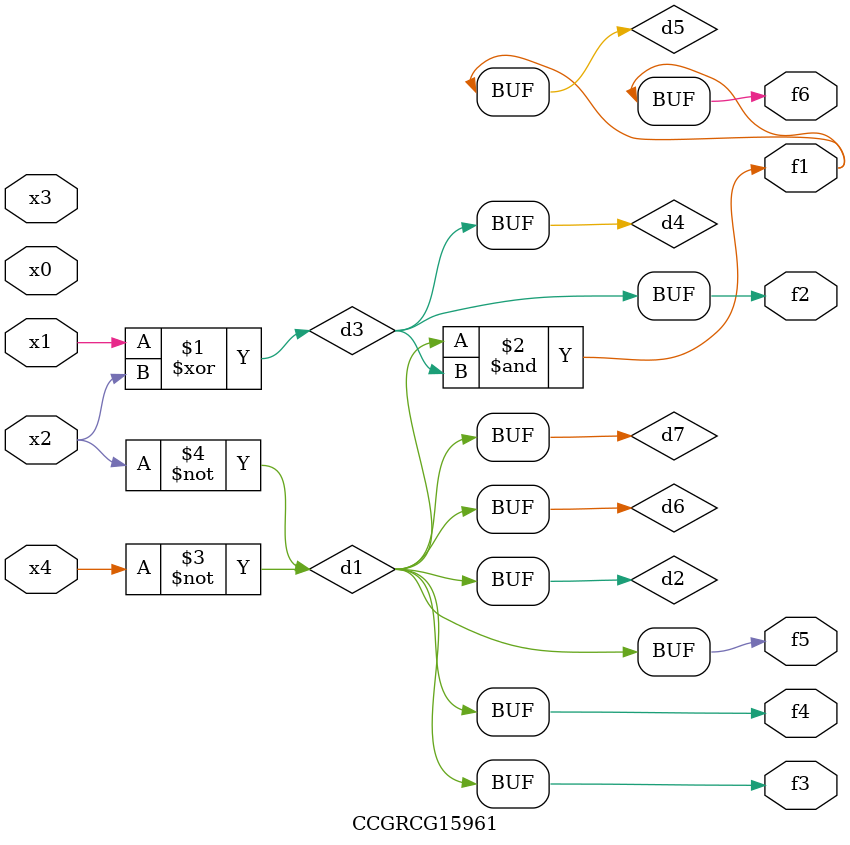
<source format=v>
module CCGRCG15961(
	input x0, x1, x2, x3, x4,
	output f1, f2, f3, f4, f5, f6
);

	wire d1, d2, d3, d4, d5, d6, d7;

	not (d1, x4);
	not (d2, x2);
	xor (d3, x1, x2);
	buf (d4, d3);
	and (d5, d1, d3);
	buf (d6, d1, d2);
	buf (d7, d2);
	assign f1 = d5;
	assign f2 = d4;
	assign f3 = d7;
	assign f4 = d7;
	assign f5 = d7;
	assign f6 = d5;
endmodule

</source>
